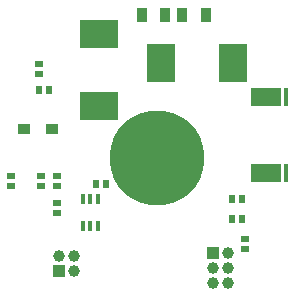
<source format=gbr>
G04 Layer_Color=255*
%FSLAX25Y25*%
%MOIN*%
%TF.FileFunction,Pads,Bot*%
%TF.Part,Single*%
G01*
G75*
%TA.AperFunction,SMDPad*%
%ADD12R,0.01575X0.03543*%
%TA.AperFunction,SMDPad*%
%ADD14R,0.02362X0.02559*%
%TA.AperFunction,SMDPad*%
%ADD17R,0.02559X0.02362*%
%TA.AperFunction,SMDPad*%
%ADD33R,0.03937X0.03268*%
%TA.AperFunction,ViaPad*%
%ADD41R,0.03937X0.03937*%
%TA.AperFunction,ViaPad*%
%ADD42C,0.03937*%
%TA.AperFunction,ViaPad*%
%ADD43R,0.03937X0.03937*%
%TA.AperFunction,SMDPad*%
%ADD60R,0.03543X0.04921*%
%TA.AperFunction,SMDPad*%
%ADD61R,0.09843X0.06496*%
%TA.AperFunction,SMDPad*%
%ADD62R,0.01575X0.06496*%
%TA.AperFunction,ConnectorPad*%
%ADD63C,0.31496*%
%TA.AperFunction,SMDPad*%
%ADD64R,0.12598X0.09252*%
%TA.AperFunction,SMDPad*%
%ADD65R,0.09252X0.12598*%
D12*
X367941Y300071D02*
D03*
X370500D02*
D03*
X373059D02*
D03*
Y308929D02*
D03*
X370500D02*
D03*
X367941D02*
D03*
D14*
X353327Y345500D02*
D03*
X356673D02*
D03*
X372327Y314000D02*
D03*
X375673D02*
D03*
X421138Y308992D02*
D03*
X417792D02*
D03*
X421173Y302500D02*
D03*
X417827D02*
D03*
D17*
X422073Y292227D02*
D03*
Y295573D02*
D03*
X344000Y316673D02*
D03*
Y313327D02*
D03*
X353500Y354173D02*
D03*
Y350827D02*
D03*
X359500Y316673D02*
D03*
Y313327D02*
D03*
X354000Y313327D02*
D03*
Y316673D02*
D03*
X359500Y307673D02*
D03*
Y304327D02*
D03*
D33*
X348340Y332500D02*
D03*
X357631D02*
D03*
D41*
X411500Y291000D02*
D03*
D42*
X416500D02*
D03*
X411500Y286000D02*
D03*
X416500D02*
D03*
X411500Y281000D02*
D03*
X416500D02*
D03*
X360000Y290000D02*
D03*
X365000Y285000D02*
D03*
Y290000D02*
D03*
D43*
X360000Y285000D02*
D03*
D60*
X401063Y370500D02*
D03*
X408937D02*
D03*
X387563D02*
D03*
X395437D02*
D03*
D61*
X429106Y343000D02*
D03*
Y317800D02*
D03*
D62*
X435799Y343000D02*
D03*
Y317799D02*
D03*
D63*
X392579Y322721D02*
D03*
D64*
X373500Y364106D02*
D03*
Y339894D02*
D03*
D65*
X418106Y354500D02*
D03*
X393894D02*
D03*
%TF.MD5,E4226AF34ADF51999A7CCA6E3DE8F150*%
M02*

</source>
